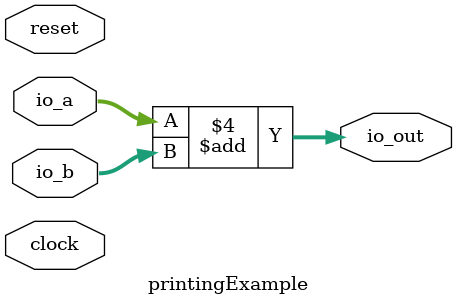
<source format=v>
module printingExample( // @[:@3.2]
  input         clock, // @[:@4.4]
  input         reset, // @[:@5.4]
  input  [31:0] io_a, // @[:@6.4]
  input  [31:0] io_b, // @[:@6.4]
  output [31:0] io_out // @[:@6.4]
);
  wire [31:0] and$; // @[printingExample.scala 13:17:@10.4]
  wire [32:0] _T_14; // @[printingExample.scala 14:20:@12.4]
  wire  _T_18; // @[printingExample.scala 17:11:@17.4]
  assign and$ = io_a & io_b; // @[printingExample.scala 13:17:@10.4]
  assign _T_14 = io_a + io_b; // @[printingExample.scala 14:20:@12.4]
  assign _T_18 = reset == 1'h0; // @[printingExample.scala 17:11:@17.4]
  assign io_out = io_a + io_b; // @[printingExample.scala 14:12:@14.4]
  always @(posedge clock) begin
    `ifndef SYNTHESIS
    `ifdef PRINTF_COND
      if (`PRINTF_COND) begin
    `endif
        if (_T_18) begin
          $fwrite(32'h80000002,"and = 0x%x\n",and$); // @[printingExample.scala 17:11:@19.6]
        end
    `ifdef PRINTF_COND
      end
    `endif
    `endif // SYNTHESIS
  end
endmodule

</source>
